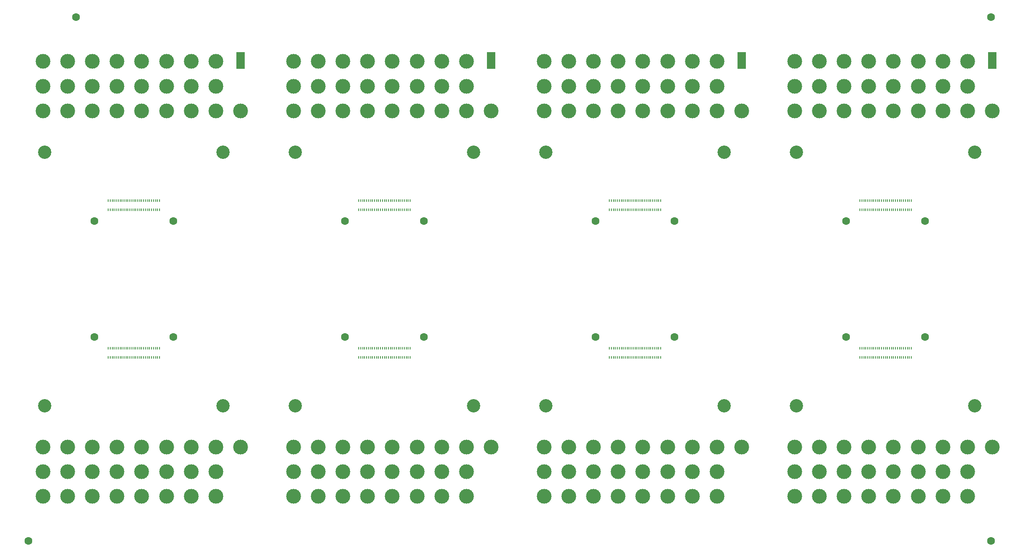
<source format=gbr>
%TF.GenerationSoftware,KiCad,Pcbnew,(6.0.6)*%
%TF.CreationDate,2022-09-06T16:14:22-05:00*%
%TF.ProjectId,etl_assembly_plate_pcb_v3,65746c5f-6173-4736-956d-626c795f706c,rev?*%
%TF.SameCoordinates,Original*%
%TF.FileFunction,Soldermask,Top*%
%TF.FilePolarity,Negative*%
%FSLAX46Y46*%
G04 Gerber Fmt 4.6, Leading zero omitted, Abs format (unit mm)*
G04 Created by KiCad (PCBNEW (6.0.6)) date 2022-09-06 16:14:22*
%MOMM*%
%LPD*%
G01*
G04 APERTURE LIST*
%ADD10R,0.220000X0.550000*%
%ADD11C,2.700000*%
%ADD12C,1.600000*%
%ADD13C,3.000000*%
%ADD14R,1.780000X3.430000*%
G04 APERTURE END LIST*
D10*
%TO.C,J1*%
X20600000Y-73075000D03*
X20600000Y-71225000D03*
X21000000Y-73075000D03*
X21000000Y-71225000D03*
X21400000Y-73075000D03*
X21400000Y-71225000D03*
X21800000Y-73075000D03*
X21800000Y-71225000D03*
X22200000Y-73075000D03*
X22200000Y-71225000D03*
X22600000Y-73075000D03*
X22600000Y-71225000D03*
X23000000Y-73075000D03*
X23000000Y-71225000D03*
X23400000Y-73075000D03*
X23400000Y-71225000D03*
X23800000Y-73075000D03*
X23800000Y-71225000D03*
X24200000Y-73075000D03*
X24200000Y-71225000D03*
X24600000Y-73075000D03*
X24600000Y-71225000D03*
X25000000Y-73075000D03*
X25000000Y-71225000D03*
X25400000Y-73075000D03*
X25400000Y-71225000D03*
X25800000Y-73075000D03*
X25800000Y-71225000D03*
X26200000Y-73075000D03*
X26200000Y-71225000D03*
X26600000Y-73075000D03*
X26600000Y-71225000D03*
X27000000Y-73075000D03*
X27000000Y-71225000D03*
X27400000Y-73075000D03*
X27400000Y-71225000D03*
X27800000Y-73075000D03*
X27800000Y-71225000D03*
X28200000Y-73075000D03*
X28200000Y-71225000D03*
X28600000Y-73075000D03*
X28600000Y-71225000D03*
X29000000Y-73075000D03*
X29000000Y-71225000D03*
X29400000Y-73075000D03*
X29400000Y-71225000D03*
X29800000Y-73075000D03*
X29800000Y-71225000D03*
X30200000Y-73075000D03*
X30200000Y-71225000D03*
X20200000Y-73075000D03*
X20200000Y-71225000D03*
X30600000Y-73075000D03*
X30600000Y-71225000D03*
%TD*%
%TO.C,J2*%
X20600000Y-43075000D03*
X20600000Y-41225000D03*
X21000000Y-43075000D03*
X21000000Y-41225000D03*
X21400000Y-43075000D03*
X21400000Y-41225000D03*
X21800000Y-43075000D03*
X21800000Y-41225000D03*
X22200000Y-43075000D03*
X22200000Y-41225000D03*
X22600000Y-43075000D03*
X22600000Y-41225000D03*
X23000000Y-43075000D03*
X23000000Y-41225000D03*
X23400000Y-43075000D03*
X23400000Y-41225000D03*
X23800000Y-43075000D03*
X23800000Y-41225000D03*
X24200000Y-43075000D03*
X24200000Y-41225000D03*
X24600000Y-43075000D03*
X24600000Y-41225000D03*
X25000000Y-43075000D03*
X25000000Y-41225000D03*
X25400000Y-43075000D03*
X25400000Y-41225000D03*
X25800000Y-43075000D03*
X25800000Y-41225000D03*
X26200000Y-43075000D03*
X26200000Y-41225000D03*
X26600000Y-43075000D03*
X26600000Y-41225000D03*
X27000000Y-43075000D03*
X27000000Y-41225000D03*
X27400000Y-43075000D03*
X27400000Y-41225000D03*
X27800000Y-43075000D03*
X27800000Y-41225000D03*
X28200000Y-43075000D03*
X28200000Y-41225000D03*
X28600000Y-43075000D03*
X28600000Y-41225000D03*
X29000000Y-43075000D03*
X29000000Y-41225000D03*
X29400000Y-43075000D03*
X29400000Y-41225000D03*
X29800000Y-43075000D03*
X29800000Y-41225000D03*
X30200000Y-43075000D03*
X30200000Y-41225000D03*
X20200000Y-43075000D03*
X20200000Y-41225000D03*
X30600000Y-43075000D03*
X30600000Y-41225000D03*
%TD*%
D11*
%TO.C,REF\u002A\u002A*%
X7350000Y-31400000D03*
%TD*%
D12*
%TO.C,REF\u002A\u002A*%
X17400000Y-45384500D03*
%TD*%
%TO.C,REF\u002A\u002A*%
X33400000Y-45384500D03*
%TD*%
%TO.C,REF\u002A\u002A*%
X17400000Y-68915500D03*
%TD*%
%TO.C,REF\u002A\u002A*%
X33400000Y-68915500D03*
%TD*%
D11*
%TO.C,REF\u002A\u002A*%
X43450000Y-31400000D03*
%TD*%
%TO.C,REF\u002A\u002A*%
X7350000Y-82900000D03*
%TD*%
%TO.C,REF\u002A\u002A*%
X43450000Y-82900000D03*
%TD*%
D12*
%TO.C,REF\u002A\u002A*%
X199200000Y-110300000D03*
%TD*%
D13*
%TO.C,TP1*%
X7000000Y-23000000D03*
%TD*%
%TO.C,TP3*%
X7000000Y-13000000D03*
%TD*%
%TO.C,TP5*%
X12000000Y-18000000D03*
%TD*%
%TO.C,TP6*%
X12000000Y-13000000D03*
%TD*%
%TO.C,TP7*%
X17000000Y-23000000D03*
%TD*%
%TO.C,TP8*%
X17000000Y-18000000D03*
%TD*%
%TO.C,TP9*%
X17000000Y-13000000D03*
%TD*%
%TO.C,TP10*%
X22000000Y-23000000D03*
%TD*%
%TO.C,TP11*%
X22000000Y-18000000D03*
%TD*%
%TO.C,TP12*%
X22000000Y-13000000D03*
%TD*%
%TO.C,TP13*%
X27000000Y-23000000D03*
%TD*%
%TO.C,TP14*%
X27000000Y-18000000D03*
%TD*%
%TO.C,TP15*%
X27000000Y-13000000D03*
%TD*%
%TO.C,TP16*%
X32000000Y-23000000D03*
%TD*%
%TO.C,TP17*%
X32000000Y-18000000D03*
%TD*%
%TO.C,TP18*%
X32000000Y-13000000D03*
%TD*%
%TO.C,TP19*%
X37000000Y-23000000D03*
%TD*%
%TO.C,TP20*%
X37000000Y-18000000D03*
%TD*%
%TO.C,TP26*%
X7000000Y-91300000D03*
%TD*%
%TO.C,TP27*%
X7000000Y-96300000D03*
%TD*%
%TO.C,TP28*%
X7000000Y-101300000D03*
%TD*%
%TO.C,TP29*%
X12000000Y-91300000D03*
%TD*%
%TO.C,TP30*%
X12000000Y-96300000D03*
%TD*%
%TO.C,TP31*%
X12000000Y-101300000D03*
%TD*%
%TO.C,TP32*%
X17000000Y-91300000D03*
%TD*%
%TO.C,TP33*%
X17000000Y-96300000D03*
%TD*%
%TO.C,TP34*%
X17000000Y-101300000D03*
%TD*%
%TO.C,TP35*%
X22000000Y-91300000D03*
%TD*%
%TO.C,TP36*%
X22000000Y-96300000D03*
%TD*%
%TO.C,TP37*%
X22000000Y-101300000D03*
%TD*%
%TO.C,TP38*%
X27000000Y-91300000D03*
%TD*%
%TO.C,TP39*%
X27000000Y-96300000D03*
%TD*%
%TO.C,TP40*%
X27000000Y-101300000D03*
%TD*%
%TO.C,TP41*%
X32000000Y-91300000D03*
%TD*%
%TO.C,TP42*%
X32000000Y-96300000D03*
%TD*%
%TO.C,TP43*%
X32000000Y-101300000D03*
%TD*%
%TO.C,TP44*%
X37000000Y-91300000D03*
%TD*%
%TO.C,TP45*%
X37000000Y-96300000D03*
%TD*%
%TO.C,TP46*%
X37000000Y-101300000D03*
%TD*%
%TO.C,TP47*%
X42000000Y-91300000D03*
%TD*%
%TO.C,TP48*%
X42000000Y-96300000D03*
%TD*%
%TO.C,TP49*%
X42000000Y-101300000D03*
%TD*%
%TO.C,TP50*%
X47000000Y-91300000D03*
%TD*%
%TO.C,TP4*%
X12000000Y-23000000D03*
%TD*%
%TO.C,TP2*%
X7000000Y-18000000D03*
%TD*%
%TO.C,TP24*%
X42000000Y-13000000D03*
%TD*%
%TO.C,TP21*%
X37000000Y-13000000D03*
%TD*%
%TO.C,TP22*%
X42000000Y-23000000D03*
%TD*%
%TO.C,TP23*%
X42000000Y-18000000D03*
%TD*%
%TO.C,TP25*%
X47000000Y-23000000D03*
%TD*%
D14*
%TO.C,TP51*%
X47000000Y-12775000D03*
%TD*%
D13*
%TO.C,TP194*%
X184400000Y-91300000D03*
%TD*%
%TO.C,TP146*%
X138600000Y-91300000D03*
%TD*%
%TO.C,TP52*%
X57800000Y-23000000D03*
%TD*%
D11*
%TO.C,REF\u002A\u002A9*%
X108950000Y-82900000D03*
%TD*%
D13*
%TO.C,TP104*%
X108600000Y-18000000D03*
%TD*%
%TO.C,TP54*%
X57800000Y-13000000D03*
%TD*%
%TO.C,TP115*%
X128600000Y-23000000D03*
%TD*%
%TO.C,TP120*%
X133600000Y-13000000D03*
%TD*%
%TO.C,TP112*%
X123600000Y-23000000D03*
%TD*%
%TO.C,TP154*%
X159400000Y-23000000D03*
%TD*%
%TO.C,TP180*%
X159400000Y-96300000D03*
%TD*%
%TO.C,TP185*%
X169400000Y-91300000D03*
%TD*%
%TO.C,TP200*%
X194400000Y-91300000D03*
%TD*%
D12*
%TO.C,REF\u002A\u002A*%
X199200000Y-4000000D03*
%TD*%
D13*
%TO.C,TP174*%
X189400000Y-13000000D03*
%TD*%
%TO.C,TP100*%
X92800000Y-101300000D03*
%TD*%
D11*
%TO.C,REF\u002A\u002A23*%
X159750000Y-31400000D03*
%TD*%
D13*
%TO.C,TP184*%
X164400000Y-101300000D03*
%TD*%
%TO.C,TP136*%
X118600000Y-101300000D03*
%TD*%
%TO.C,TP92*%
X82800000Y-91300000D03*
%TD*%
%TO.C,TP91*%
X77800000Y-101300000D03*
%TD*%
%TO.C,TP155*%
X159400000Y-18000000D03*
%TD*%
%TO.C,TP123*%
X138600000Y-13000000D03*
%TD*%
%TO.C,TP131*%
X113600000Y-91300000D03*
%TD*%
D11*
%TO.C,REF\u002A\u002A17*%
X159750000Y-82900000D03*
%TD*%
D13*
%TO.C,TP156*%
X159400000Y-13000000D03*
%TD*%
D11*
%TO.C,REF\u002A\u002A16*%
X145050000Y-31400000D03*
%TD*%
D13*
%TO.C,TP147*%
X138600000Y-96300000D03*
%TD*%
%TO.C,TP186*%
X169400000Y-96300000D03*
%TD*%
D11*
%TO.C,REF\u002A\u002A8*%
X94250000Y-31400000D03*
%TD*%
D10*
%TO.C,J4*%
X71400000Y-43075000D03*
X71400000Y-41225000D03*
X71800000Y-43075000D03*
X71800000Y-41225000D03*
X72200000Y-43075000D03*
X72200000Y-41225000D03*
X72600000Y-43075000D03*
X72600000Y-41225000D03*
X73000000Y-43075000D03*
X73000000Y-41225000D03*
X73400000Y-43075000D03*
X73400000Y-41225000D03*
X73800000Y-43075000D03*
X73800000Y-41225000D03*
X74200000Y-43075000D03*
X74200000Y-41225000D03*
X74600000Y-43075000D03*
X74600000Y-41225000D03*
X75000000Y-43075000D03*
X75000000Y-41225000D03*
X75400000Y-43075000D03*
X75400000Y-41225000D03*
X75800000Y-43075000D03*
X75800000Y-41225000D03*
X76200000Y-43075000D03*
X76200000Y-41225000D03*
X76600000Y-43075000D03*
X76600000Y-41225000D03*
X77000000Y-43075000D03*
X77000000Y-41225000D03*
X77400000Y-43075000D03*
X77400000Y-41225000D03*
X77800000Y-43075000D03*
X77800000Y-41225000D03*
X78200000Y-43075000D03*
X78200000Y-41225000D03*
X78600000Y-43075000D03*
X78600000Y-41225000D03*
X79000000Y-43075000D03*
X79000000Y-41225000D03*
X79400000Y-43075000D03*
X79400000Y-41225000D03*
X79800000Y-43075000D03*
X79800000Y-41225000D03*
X80200000Y-43075000D03*
X80200000Y-41225000D03*
X80600000Y-43075000D03*
X80600000Y-41225000D03*
X81000000Y-43075000D03*
X81000000Y-41225000D03*
X71000000Y-43075000D03*
X71000000Y-41225000D03*
X81400000Y-43075000D03*
X81400000Y-41225000D03*
%TD*%
D13*
%TO.C,TP68*%
X82800000Y-18000000D03*
%TD*%
%TO.C,TP157*%
X164400000Y-23000000D03*
%TD*%
%TO.C,TP85*%
X67800000Y-101300000D03*
%TD*%
%TO.C,TP96*%
X87800000Y-96300000D03*
%TD*%
D10*
%TO.C,J6*%
X122200000Y-43075000D03*
X122200000Y-41225000D03*
X122600000Y-43075000D03*
X122600000Y-41225000D03*
X123000000Y-43075000D03*
X123000000Y-41225000D03*
X123400000Y-43075000D03*
X123400000Y-41225000D03*
X123800000Y-43075000D03*
X123800000Y-41225000D03*
X124200000Y-43075000D03*
X124200000Y-41225000D03*
X124600000Y-43075000D03*
X124600000Y-41225000D03*
X125000000Y-43075000D03*
X125000000Y-41225000D03*
X125400000Y-43075000D03*
X125400000Y-41225000D03*
X125800000Y-43075000D03*
X125800000Y-41225000D03*
X126200000Y-43075000D03*
X126200000Y-41225000D03*
X126600000Y-43075000D03*
X126600000Y-41225000D03*
X127000000Y-43075000D03*
X127000000Y-41225000D03*
X127400000Y-43075000D03*
X127400000Y-41225000D03*
X127800000Y-43075000D03*
X127800000Y-41225000D03*
X128200000Y-43075000D03*
X128200000Y-41225000D03*
X128600000Y-43075000D03*
X128600000Y-41225000D03*
X129000000Y-43075000D03*
X129000000Y-41225000D03*
X129400000Y-43075000D03*
X129400000Y-41225000D03*
X129800000Y-43075000D03*
X129800000Y-41225000D03*
X130200000Y-43075000D03*
X130200000Y-41225000D03*
X130600000Y-43075000D03*
X130600000Y-41225000D03*
X131000000Y-43075000D03*
X131000000Y-41225000D03*
X131400000Y-43075000D03*
X131400000Y-41225000D03*
X131800000Y-43075000D03*
X131800000Y-41225000D03*
X121800000Y-43075000D03*
X121800000Y-41225000D03*
X132200000Y-43075000D03*
X132200000Y-41225000D03*
%TD*%
D13*
%TO.C,TP137*%
X123600000Y-91300000D03*
%TD*%
%TO.C,TP105*%
X108600000Y-13000000D03*
%TD*%
D11*
%TO.C,REF\u002A\u002A10*%
X145050000Y-82900000D03*
%TD*%
%TO.C,REF\u002A\u002A24*%
X195850000Y-31400000D03*
%TD*%
D13*
%TO.C,TP195*%
X184400000Y-96300000D03*
%TD*%
%TO.C,TP139*%
X123600000Y-101300000D03*
%TD*%
D12*
%TO.C,REF\u002A\u002A*%
X4000000Y-110300000D03*
%TD*%
D13*
%TO.C,TP82*%
X62800000Y-101300000D03*
%TD*%
%TO.C,TP193*%
X179400000Y-101300000D03*
%TD*%
%TO.C,TP144*%
X133600000Y-96300000D03*
%TD*%
%TO.C,TP142*%
X128600000Y-101300000D03*
%TD*%
%TO.C,TP166*%
X179400000Y-23000000D03*
%TD*%
D14*
%TO.C,TP204*%
X199400000Y-12775000D03*
%TD*%
D13*
%TO.C,TP135*%
X118600000Y-96300000D03*
%TD*%
%TO.C,TP181*%
X159400000Y-101300000D03*
%TD*%
%TO.C,TP99*%
X92800000Y-96300000D03*
%TD*%
D12*
%TO.C,REF\u002A\u002A19*%
X169800000Y-68915500D03*
%TD*%
D10*
%TO.C,J8*%
X173000000Y-43075000D03*
X173000000Y-41225000D03*
X173400000Y-43075000D03*
X173400000Y-41225000D03*
X173800000Y-43075000D03*
X173800000Y-41225000D03*
X174200000Y-43075000D03*
X174200000Y-41225000D03*
X174600000Y-43075000D03*
X174600000Y-41225000D03*
X175000000Y-43075000D03*
X175000000Y-41225000D03*
X175400000Y-43075000D03*
X175400000Y-41225000D03*
X175800000Y-43075000D03*
X175800000Y-41225000D03*
X176200000Y-43075000D03*
X176200000Y-41225000D03*
X176600000Y-43075000D03*
X176600000Y-41225000D03*
X177000000Y-43075000D03*
X177000000Y-41225000D03*
X177400000Y-43075000D03*
X177400000Y-41225000D03*
X177800000Y-43075000D03*
X177800000Y-41225000D03*
X178200000Y-43075000D03*
X178200000Y-41225000D03*
X178600000Y-43075000D03*
X178600000Y-41225000D03*
X179000000Y-43075000D03*
X179000000Y-41225000D03*
X179400000Y-43075000D03*
X179400000Y-41225000D03*
X179800000Y-43075000D03*
X179800000Y-41225000D03*
X180200000Y-43075000D03*
X180200000Y-41225000D03*
X180600000Y-43075000D03*
X180600000Y-41225000D03*
X181000000Y-43075000D03*
X181000000Y-41225000D03*
X181400000Y-43075000D03*
X181400000Y-41225000D03*
X181800000Y-43075000D03*
X181800000Y-41225000D03*
X182200000Y-43075000D03*
X182200000Y-41225000D03*
X182600000Y-43075000D03*
X182600000Y-41225000D03*
X172600000Y-43075000D03*
X172600000Y-41225000D03*
X183000000Y-43075000D03*
X183000000Y-41225000D03*
%TD*%
D13*
%TO.C,TP80*%
X62800000Y-91300000D03*
%TD*%
%TO.C,TP103*%
X108600000Y-23000000D03*
%TD*%
%TO.C,TP162*%
X169400000Y-13000000D03*
%TD*%
D12*
%TO.C,REF\u002A\u002A22*%
X185800000Y-45384500D03*
%TD*%
%TO.C,REF\u002A\u002A3*%
X68200000Y-68915500D03*
%TD*%
D13*
%TO.C,TP53*%
X57800000Y-18000000D03*
%TD*%
%TO.C,TP190*%
X174400000Y-101300000D03*
%TD*%
%TO.C,TP107*%
X113600000Y-18000000D03*
%TD*%
%TO.C,TP189*%
X174400000Y-96300000D03*
%TD*%
D10*
%TO.C,J7*%
X173000000Y-73075000D03*
X173000000Y-71225000D03*
X173400000Y-73075000D03*
X173400000Y-71225000D03*
X173800000Y-73075000D03*
X173800000Y-71225000D03*
X174200000Y-73075000D03*
X174200000Y-71225000D03*
X174600000Y-73075000D03*
X174600000Y-71225000D03*
X175000000Y-73075000D03*
X175000000Y-71225000D03*
X175400000Y-73075000D03*
X175400000Y-71225000D03*
X175800000Y-73075000D03*
X175800000Y-71225000D03*
X176200000Y-73075000D03*
X176200000Y-71225000D03*
X176600000Y-73075000D03*
X176600000Y-71225000D03*
X177000000Y-73075000D03*
X177000000Y-71225000D03*
X177400000Y-73075000D03*
X177400000Y-71225000D03*
X177800000Y-73075000D03*
X177800000Y-71225000D03*
X178200000Y-73075000D03*
X178200000Y-71225000D03*
X178600000Y-73075000D03*
X178600000Y-71225000D03*
X179000000Y-73075000D03*
X179000000Y-71225000D03*
X179400000Y-73075000D03*
X179400000Y-71225000D03*
X179800000Y-73075000D03*
X179800000Y-71225000D03*
X180200000Y-73075000D03*
X180200000Y-71225000D03*
X180600000Y-73075000D03*
X180600000Y-71225000D03*
X181000000Y-73075000D03*
X181000000Y-71225000D03*
X181400000Y-73075000D03*
X181400000Y-71225000D03*
X181800000Y-73075000D03*
X181800000Y-71225000D03*
X182200000Y-73075000D03*
X182200000Y-71225000D03*
X182600000Y-73075000D03*
X182600000Y-71225000D03*
X172600000Y-73075000D03*
X172600000Y-71225000D03*
X183000000Y-73075000D03*
X183000000Y-71225000D03*
%TD*%
D13*
%TO.C,TP132*%
X113600000Y-96300000D03*
%TD*%
D12*
%TO.C,REF\u002A\u002A14*%
X135000000Y-45384500D03*
%TD*%
D13*
%TO.C,TP88*%
X72800000Y-101300000D03*
%TD*%
%TO.C,TP176*%
X194400000Y-18000000D03*
%TD*%
%TO.C,TP130*%
X108600000Y-101300000D03*
%TD*%
%TO.C,TP77*%
X57800000Y-91300000D03*
%TD*%
%TO.C,TP84*%
X67800000Y-96300000D03*
%TD*%
%TO.C,TP158*%
X164400000Y-18000000D03*
%TD*%
%TO.C,TP187*%
X169400000Y-101300000D03*
%TD*%
%TO.C,TP97*%
X87800000Y-101300000D03*
%TD*%
%TO.C,TP65*%
X77800000Y-18000000D03*
%TD*%
%TO.C,TP60*%
X67800000Y-13000000D03*
%TD*%
%TO.C,TP170*%
X184400000Y-18000000D03*
%TD*%
%TO.C,TP118*%
X133600000Y-23000000D03*
%TD*%
%TO.C,TP150*%
X143600000Y-96300000D03*
%TD*%
%TO.C,TP134*%
X118600000Y-91300000D03*
%TD*%
%TO.C,TP81*%
X62800000Y-96300000D03*
%TD*%
%TO.C,TP126*%
X143600000Y-13000000D03*
%TD*%
%TO.C,TP160*%
X169400000Y-23000000D03*
%TD*%
%TO.C,TP168*%
X179400000Y-13000000D03*
%TD*%
%TO.C,TP124*%
X143600000Y-23000000D03*
%TD*%
%TO.C,TP128*%
X108600000Y-91300000D03*
%TD*%
D10*
%TO.C,J3*%
X71400000Y-73075000D03*
X71400000Y-71225000D03*
X71800000Y-73075000D03*
X71800000Y-71225000D03*
X72200000Y-73075000D03*
X72200000Y-71225000D03*
X72600000Y-73075000D03*
X72600000Y-71225000D03*
X73000000Y-73075000D03*
X73000000Y-71225000D03*
X73400000Y-73075000D03*
X73400000Y-71225000D03*
X73800000Y-73075000D03*
X73800000Y-71225000D03*
X74200000Y-73075000D03*
X74200000Y-71225000D03*
X74600000Y-73075000D03*
X74600000Y-71225000D03*
X75000000Y-73075000D03*
X75000000Y-71225000D03*
X75400000Y-73075000D03*
X75400000Y-71225000D03*
X75800000Y-73075000D03*
X75800000Y-71225000D03*
X76200000Y-73075000D03*
X76200000Y-71225000D03*
X76600000Y-73075000D03*
X76600000Y-71225000D03*
X77000000Y-73075000D03*
X77000000Y-71225000D03*
X77400000Y-73075000D03*
X77400000Y-71225000D03*
X77800000Y-73075000D03*
X77800000Y-71225000D03*
X78200000Y-73075000D03*
X78200000Y-71225000D03*
X78600000Y-73075000D03*
X78600000Y-71225000D03*
X79000000Y-73075000D03*
X79000000Y-71225000D03*
X79400000Y-73075000D03*
X79400000Y-71225000D03*
X79800000Y-73075000D03*
X79800000Y-71225000D03*
X80200000Y-73075000D03*
X80200000Y-71225000D03*
X80600000Y-73075000D03*
X80600000Y-71225000D03*
X81000000Y-73075000D03*
X81000000Y-71225000D03*
X71000000Y-73075000D03*
X71000000Y-71225000D03*
X81400000Y-73075000D03*
X81400000Y-71225000D03*
%TD*%
D13*
%TO.C,TP57*%
X62800000Y-13000000D03*
%TD*%
%TO.C,TP197*%
X189400000Y-91300000D03*
%TD*%
D12*
%TO.C,REF\u002A\u002A*%
X13700000Y-4000000D03*
%TD*%
D13*
%TO.C,TP106*%
X113600000Y-23000000D03*
%TD*%
%TO.C,TP122*%
X138600000Y-18000000D03*
%TD*%
D12*
%TO.C,REF\u002A\u002A20*%
X185800000Y-68915500D03*
%TD*%
D13*
%TO.C,TP172*%
X189400000Y-23000000D03*
%TD*%
%TO.C,TP61*%
X72800000Y-23000000D03*
%TD*%
%TO.C,TP95*%
X87800000Y-91300000D03*
%TD*%
%TO.C,TP148*%
X138600000Y-101300000D03*
%TD*%
%TO.C,TP72*%
X87800000Y-13000000D03*
%TD*%
D11*
%TO.C,REF\u002A\u002A2*%
X94250000Y-82900000D03*
%TD*%
D13*
%TO.C,TP143*%
X133600000Y-91300000D03*
%TD*%
%TO.C,TP116*%
X128600000Y-18000000D03*
%TD*%
%TO.C,TP83*%
X67800000Y-91300000D03*
%TD*%
%TO.C,TP79*%
X57800000Y-101300000D03*
%TD*%
%TO.C,TP163*%
X174400000Y-23000000D03*
%TD*%
%TO.C,TP196*%
X184400000Y-101300000D03*
%TD*%
%TO.C,TP177*%
X194400000Y-13000000D03*
%TD*%
%TO.C,TP165*%
X174400000Y-13000000D03*
%TD*%
%TO.C,TP199*%
X189400000Y-101300000D03*
%TD*%
%TO.C,TP151*%
X143600000Y-101300000D03*
%TD*%
D10*
%TO.C,J5*%
X122200000Y-73075000D03*
X122200000Y-71225000D03*
X122600000Y-73075000D03*
X122600000Y-71225000D03*
X123000000Y-73075000D03*
X123000000Y-71225000D03*
X123400000Y-73075000D03*
X123400000Y-71225000D03*
X123800000Y-73075000D03*
X123800000Y-71225000D03*
X124200000Y-73075000D03*
X124200000Y-71225000D03*
X124600000Y-73075000D03*
X124600000Y-71225000D03*
X125000000Y-73075000D03*
X125000000Y-71225000D03*
X125400000Y-73075000D03*
X125400000Y-71225000D03*
X125800000Y-73075000D03*
X125800000Y-71225000D03*
X126200000Y-73075000D03*
X126200000Y-71225000D03*
X126600000Y-73075000D03*
X126600000Y-71225000D03*
X127000000Y-73075000D03*
X127000000Y-71225000D03*
X127400000Y-73075000D03*
X127400000Y-71225000D03*
X127800000Y-73075000D03*
X127800000Y-71225000D03*
X128200000Y-73075000D03*
X128200000Y-71225000D03*
X128600000Y-73075000D03*
X128600000Y-71225000D03*
X129000000Y-73075000D03*
X129000000Y-71225000D03*
X129400000Y-73075000D03*
X129400000Y-71225000D03*
X129800000Y-73075000D03*
X129800000Y-71225000D03*
X130200000Y-73075000D03*
X130200000Y-71225000D03*
X130600000Y-73075000D03*
X130600000Y-71225000D03*
X131000000Y-73075000D03*
X131000000Y-71225000D03*
X131400000Y-73075000D03*
X131400000Y-71225000D03*
X131800000Y-73075000D03*
X131800000Y-71225000D03*
X121800000Y-73075000D03*
X121800000Y-71225000D03*
X132200000Y-73075000D03*
X132200000Y-71225000D03*
%TD*%
D13*
%TO.C,TP164*%
X174400000Y-18000000D03*
%TD*%
%TO.C,TP67*%
X82800000Y-23000000D03*
%TD*%
%TO.C,TP202*%
X194400000Y-101300000D03*
%TD*%
%TO.C,TP69*%
X82800000Y-13000000D03*
%TD*%
%TO.C,TP108*%
X113600000Y-13000000D03*
%TD*%
D11*
%TO.C,REF\u002A\u002A7*%
X58150000Y-31400000D03*
%TD*%
D13*
%TO.C,TP175*%
X194400000Y-23000000D03*
%TD*%
D12*
%TO.C,REF\u002A\u002A11*%
X119000000Y-68915500D03*
%TD*%
%TO.C,REF\u002A\u002A13*%
X119000000Y-45384500D03*
%TD*%
D13*
%TO.C,TP203*%
X199400000Y-91300000D03*
%TD*%
D12*
%TO.C,REF\u002A\u002A12*%
X135000000Y-68915500D03*
%TD*%
D13*
%TO.C,TP161*%
X169400000Y-18000000D03*
%TD*%
%TO.C,TP59*%
X67800000Y-18000000D03*
%TD*%
D11*
%TO.C,REF\u002A\u002A1*%
X58150000Y-82900000D03*
%TD*%
D13*
%TO.C,TP74*%
X92800000Y-18000000D03*
%TD*%
%TO.C,TP140*%
X128600000Y-91300000D03*
%TD*%
%TO.C,TP191*%
X179400000Y-91300000D03*
%TD*%
%TO.C,TP133*%
X113600000Y-101300000D03*
%TD*%
%TO.C,TP98*%
X92800000Y-91300000D03*
%TD*%
%TO.C,TP94*%
X82800000Y-101300000D03*
%TD*%
%TO.C,TP111*%
X118600000Y-13000000D03*
%TD*%
%TO.C,TP93*%
X82800000Y-96300000D03*
%TD*%
%TO.C,TP66*%
X77800000Y-13000000D03*
%TD*%
%TO.C,TP119*%
X133600000Y-18000000D03*
%TD*%
%TO.C,TP101*%
X97800000Y-91300000D03*
%TD*%
%TO.C,TP192*%
X179400000Y-96300000D03*
%TD*%
%TO.C,TP56*%
X62800000Y-18000000D03*
%TD*%
%TO.C,TP64*%
X77800000Y-23000000D03*
%TD*%
%TO.C,TP169*%
X184400000Y-23000000D03*
%TD*%
%TO.C,TP113*%
X123600000Y-18000000D03*
%TD*%
%TO.C,TP127*%
X148600000Y-23000000D03*
%TD*%
%TO.C,TP141*%
X128600000Y-96300000D03*
%TD*%
%TO.C,TP138*%
X123600000Y-96300000D03*
%TD*%
%TO.C,TP171*%
X184400000Y-13000000D03*
%TD*%
D12*
%TO.C,REF\u002A\u002A21*%
X169800000Y-45384500D03*
%TD*%
D13*
%TO.C,TP117*%
X128600000Y-13000000D03*
%TD*%
%TO.C,TP149*%
X143600000Y-91300000D03*
%TD*%
%TO.C,TP179*%
X159400000Y-91300000D03*
%TD*%
%TO.C,TP121*%
X138600000Y-23000000D03*
%TD*%
%TO.C,TP73*%
X92800000Y-23000000D03*
%TD*%
%TO.C,TP62*%
X72800000Y-18000000D03*
%TD*%
D11*
%TO.C,REF\u002A\u002A15*%
X108950000Y-31400000D03*
%TD*%
D13*
%TO.C,TP63*%
X72800000Y-13000000D03*
%TD*%
%TO.C,TP183*%
X164400000Y-96300000D03*
%TD*%
D12*
%TO.C,REF\u002A\u002A5*%
X68200000Y-45384500D03*
%TD*%
D13*
%TO.C,TP167*%
X179400000Y-18000000D03*
%TD*%
D12*
%TO.C,REF\u002A\u002A4*%
X84200000Y-68915500D03*
%TD*%
D14*
%TO.C,TP102*%
X97800000Y-12775000D03*
%TD*%
D13*
%TO.C,TP78*%
X57800000Y-96300000D03*
%TD*%
%TO.C,TP129*%
X108600000Y-96300000D03*
%TD*%
%TO.C,TP70*%
X87800000Y-23000000D03*
%TD*%
%TO.C,TP125*%
X143600000Y-18000000D03*
%TD*%
%TO.C,TP90*%
X77800000Y-96300000D03*
%TD*%
%TO.C,TP87*%
X72800000Y-96300000D03*
%TD*%
%TO.C,TP198*%
X189400000Y-96300000D03*
%TD*%
%TO.C,TP114*%
X123600000Y-13000000D03*
%TD*%
%TO.C,TP182*%
X164400000Y-91300000D03*
%TD*%
%TO.C,TP109*%
X118600000Y-23000000D03*
%TD*%
%TO.C,TP201*%
X194400000Y-96300000D03*
%TD*%
%TO.C,TP145*%
X133600000Y-101300000D03*
%TD*%
%TO.C,TP71*%
X87800000Y-18000000D03*
%TD*%
%TO.C,TP152*%
X148600000Y-91300000D03*
%TD*%
%TO.C,TP55*%
X62800000Y-23000000D03*
%TD*%
%TO.C,TP89*%
X77800000Y-91300000D03*
%TD*%
%TO.C,TP58*%
X67800000Y-23000000D03*
%TD*%
D14*
%TO.C,TP153*%
X148600000Y-12775000D03*
%TD*%
D13*
%TO.C,TP86*%
X72800000Y-91300000D03*
%TD*%
%TO.C,TP188*%
X174400000Y-91300000D03*
%TD*%
%TO.C,TP76*%
X97800000Y-23000000D03*
%TD*%
%TO.C,TP173*%
X189400000Y-18000000D03*
%TD*%
D11*
%TO.C,REF\u002A\u002A18*%
X195850000Y-82900000D03*
%TD*%
D13*
%TO.C,TP178*%
X199400000Y-23000000D03*
%TD*%
%TO.C,TP159*%
X164400000Y-13000000D03*
%TD*%
D12*
%TO.C,REF\u002A\u002A6*%
X84200000Y-45384500D03*
%TD*%
D13*
%TO.C,TP110*%
X118600000Y-18000000D03*
%TD*%
%TO.C,TP75*%
X92800000Y-13000000D03*
%TD*%
M02*

</source>
